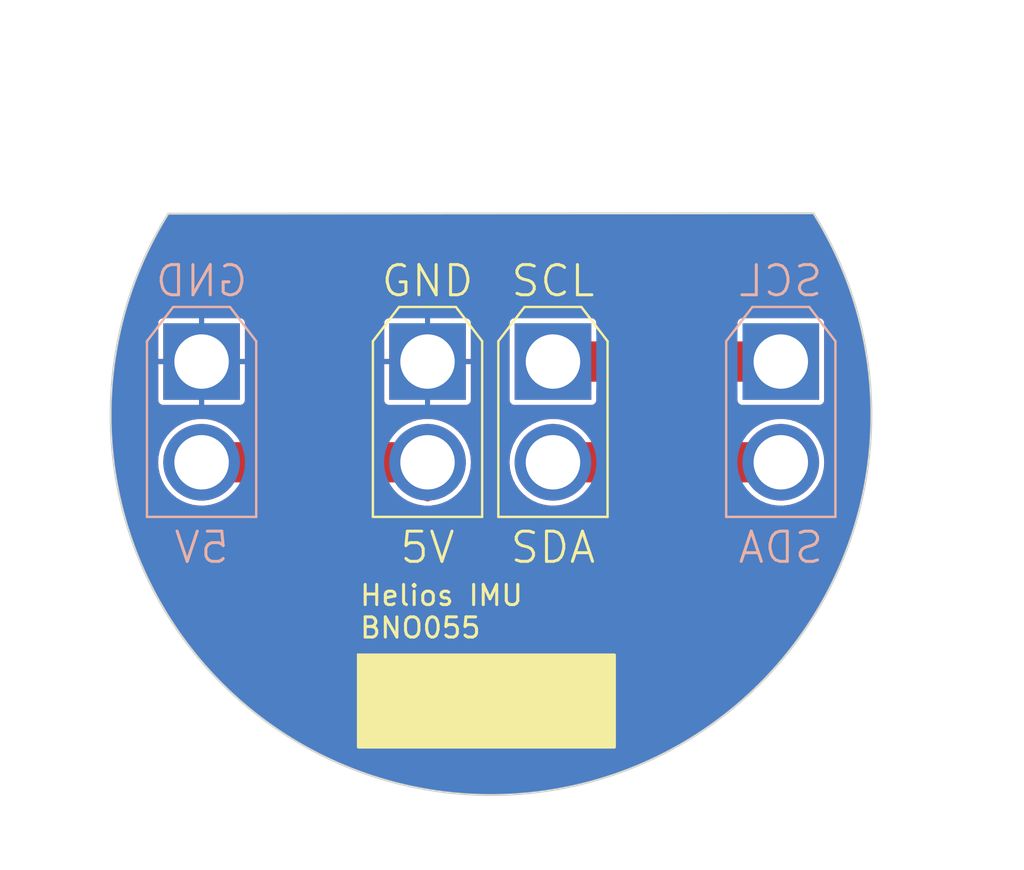
<source format=kicad_pcb>
(kicad_pcb (version 20221018) (generator pcbnew)
  (layers (0 "F.Cu" signal) (31 "B.Cu" signal) (34 "B.Paste" user) (35 "F.Paste" user) (36 "B.SilkS" user "B.Silkscreen") (37 "F.SilkS" user "F.Silkscreen") (38 "B.Mask" user) (39 "F.Mask" user) (44 "Edge.Cuts" user))
  (net 0 "")
  (net 1 "GND")
  (net 2 "VCC")
  (net 3 "SDA")
  (net 4 "SCL")
  (footprint "XTConnectors:XT30U-M_1x02_P5.0mm_Vertical" (layer "F.Cu") (at 148.209 94.147 -90)
    (fp_text reference "J1" hide)
    (fp_text value "Conn_01x02_Pin")
    (fp_text user "GND" (at -4 0) (layer "F.SilkS") (effects (font (size 1.5 1.5))))
    (fp_text user "5V" (at 9.231 0) (layer "F.SilkS") (effects (font (size 1.5 1.5))))
    (fp_line (start -2.71 -1.41) (end -2.71 1.41) (stroke (width 0.12)) (layer "F.SilkS"))
    (fp_line (start -2.71 -1.41) (end -1.01 -2.71) (stroke (width 0.12)) (layer "F.SilkS"))
    (fp_line (start -2.71 1.41) (end -1.01 2.71) (stroke (width 0.12)) (layer "F.SilkS"))
    (fp_line (start -1.01 -2.71) (end 7.71 -2.71) (stroke (width 0.12)) (layer "F.SilkS"))
    (fp_line (start -1.01 2.71) (end 7.71 2.71) (stroke (width 0.12)) (layer "F.SilkS"))
    (fp_line (start 7.71 -2.71) (end 7.71 2.71) (stroke (width 0.12)) (layer "F.SilkS"))
    (pad "1" thru_hole rect (at 0 0 270) (size 3.8 3.8) (drill 2.7) (layers "*.Cu" "*.Mask") (net 1 "GND"))
    (pad "2" thru_hole circle (at 5 0 270) (size 3.8 3.8) (drill 2.7) (layers "*.Cu" "*.Mask") (net 2 "VCC"))
  )
  (footprint "XTConnectors:XT30U-M_1x02_P5.0mm_Vertical" (layer "F.Cu") (at 154.432 94.147 -90)
    (fp_text reference "J2" hide)
    (fp_text value "Conn_01x02_Pin")
    (fp_text user "SDA" (at 9.231 0) (layer "F.SilkS") (effects (font (size 1.5 1.5))))
    (fp_text user "SCL" (at -4 0) (layer "F.SilkS") (effects (font (size 1.5 1.5))))
    (fp_line (start -2.71 -1.41) (end -2.71 1.41) (stroke (width 0.12)) (layer "F.SilkS"))
    (fp_line (start -2.71 -1.41) (end -1.01 -2.71) (stroke (width 0.12)) (layer "F.SilkS"))
    (fp_line (start -2.71 1.41) (end -1.01 2.71) (stroke (width 0.12)) (layer "F.SilkS"))
    (fp_line (start -1.01 -2.71) (end 7.71 -2.71) (stroke (width 0.12)) (layer "F.SilkS"))
    (fp_line (start -1.01 2.71) (end 7.71 2.71) (stroke (width 0.12)) (layer "F.SilkS"))
    (fp_line (start 7.71 -2.71) (end 7.71 2.71) (stroke (width 0.12)) (layer "F.SilkS"))
    (pad "1" thru_hole rect (at 0 0 270) (size 3.8 3.8) (drill 2.7) (layers "*.Cu" "*.Mask") (net 4 "SCL"))
    (pad "2" thru_hole circle (at 5 0 270) (size 3.8 3.8) (drill 2.7) (layers "*.Cu" "*.Mask") (net 3 "SDA"))
  )
  (footprint "XTConnectors:XT30U-M_1x02_P5.0mm_Vertical" (layer "B.Cu") (at 165.735 94.147 -90)
    (fp_text reference "J4" hide)
    (fp_text value "Conn_01x02_Pin")
    (fp_text user "SDA" (at 9.231 0) (layer "B.SilkS") (effects (font (size 1.5 1.5)) (justify mirror)))
    (fp_text user "SCL" (at -4 0) (layer "B.SilkS") (effects (font (size 1.5 1.5)) (justify mirror)))
    (fp_line (start -2.71 -1.41) (end -1.01 -2.71) (stroke (width 0.12)) (layer "B.SilkS"))
    (fp_line (start -2.71 1.41) (end -2.71 -1.41) (stroke (width 0.12)) (layer "B.SilkS"))
    (fp_line (start -2.71 1.41) (end -1.01 2.71) (stroke (width 0.12)) (layer "B.SilkS"))
    (fp_line (start -1.01 -2.71) (end 7.71 -2.71) (stroke (width 0.12)) (layer "B.SilkS"))
    (fp_line (start -1.01 2.71) (end 7.71 2.71) (stroke (width 0.12)) (layer "B.SilkS"))
    (fp_line (start 7.71 2.71) (end 7.71 -2.71) (stroke (width 0.12)) (layer "B.SilkS"))
    (pad "1" thru_hole rect (at 0 0 270) (size 3.8 3.8) (drill 2.7) (layers "*.Cu" "*.Mask") (net 4 "SCL"))
    (pad "2" thru_hole circle (at 5 0 270) (size 3.8 3.8) (drill 2.7) (layers "*.Cu" "*.Mask") (net 3 "SDA"))
  )
  (footprint "XTConnectors:XT30U-M_1x02_P5.0mm_Vertical" (layer "B.Cu") (at 137 94.147 -90)
    (fp_text reference "J3" hide)
    (fp_text value "Conn_01x02_Pin")
    (fp_text user "5V" (at 9.231 0) (layer "B.SilkS") (effects (font (size 1.5 1.5)) (justify mirror)))
    (fp_text user "GND" (at -4 0) (layer "B.SilkS") (effects (font (size 1.5 1.5)) (justify mirror)))
    (fp_line (start -2.71 -1.41) (end -1.01 -2.71) (stroke (width 0.12)) (layer "B.SilkS"))
    (fp_line (start -2.71 1.41) (end -2.71 -1.41) (stroke (width 0.12)) (layer "B.SilkS"))
    (fp_line (start -2.71 1.41) (end -1.01 2.71) (stroke (width 0.12)) (layer "B.SilkS"))
    (fp_line (start -1.01 -2.71) (end 7.71 -2.71) (stroke (width 0.12)) (layer "B.SilkS"))
    (fp_line (start -1.01 2.71) (end 7.71 2.71) (stroke (width 0.12)) (layer "B.SilkS"))
    (fp_line (start 7.71 2.71) (end 7.71 -2.71) (stroke (width 0.12)) (layer "B.SilkS"))
    (pad "1" thru_hole rect (at 0 0 270) (size 3.8 3.8) (drill 2.7) (layers "*.Cu" "*.Mask") (net 1 "GND"))
    (pad "2" thru_hole circle (at 5 0 270) (size 3.8 3.8) (drill 2.7) (layers "*.Cu" "*.Mask") (net 2 "VCC"))
  )
  (gr_rect (start 144.78 108.712) (end 157.48 113.284) (stroke (width 0.15)) (fill none) (layer "F.SilkS"))
  (gr_line (start 135.346999 86.80749) (end 167.355739 86.786888) (stroke (width 0.1)) (layer "Edge.Cuts"))
  (gr_arc (start 167.355739 86.786888) (mid 151.369948 115.6629) (end 135.346999 86.80749) (stroke (width 0.1)) (layer "Edge.Cuts"))
  (gr_text "Helios IMU\nBNO055" (at 144.78 107.95) (layer "F.SilkS") (effects (font (size 1 1)) (justify left bottom)))
  (segment (start 148.209 100.838) (end 148.209 99.147) (width 0.5) (layer "F.Cu") (net 2))
  (segment (start 137 99.147) (end 148.209 99.147) (width 2) (layer "F.Cu") (net 2))
  (segment (start 154.432 99.147) (end 165.735 99.147) (width 2) (layer "F.Cu") (net 3))
  (segment (start 154.432 94.147) (end 165.735 94.147) (width 2) (layer "F.Cu") (net 4))
  (zone (net 1) (net_name "GND") (layers "F&B.Cu") (connect_pads (clearance 0.25)) (min_thickness 0.25) (fill yes (thermal_gap 0.25) (thermal_bridge_width 0.25))
    (polygon (pts (xy 127 76.2) (xy 177.8 76.2) (xy 177.8 119.38) (xy 127 119.38)))
  )
  (zone (net 0) (net_name "") (layer "F.SilkS") (connect_pads (clearance 0.25)) (min_thickness 0.25) (fill yes (thermal_gap 0.5) (thermal_bridge_width 0.5))
    (polygon (pts (xy 144.78 108.712) (xy 157.48 108.712) (xy 157.48 113.284) (xy 144.78 113.284)))
  )
)
</source>
